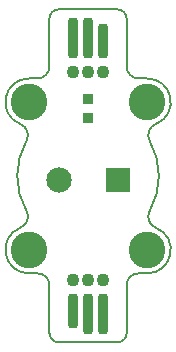
<source format=gts>
G04*
G04 #@! TF.GenerationSoftware,Altium Limited,Altium Designer,21.6.4 (81)*
G04*
G04 Layer_Color=8388736*
%FSAX25Y25*%
%MOIN*%
G70*
G04*
G04 #@! TF.SameCoordinates,9A5FF030-8DC4-432F-A364-1BA2AF03453A*
G04*
G04*
G04 #@! TF.FilePolarity,Negative*
G04*
G01*
G75*
%ADD13C,0.00787*%
G04:AMPARAMS|DCode=15|XSize=35.43mil|YSize=135.83mil|CornerRadius=13.82mil|HoleSize=0mil|Usage=FLASHONLY|Rotation=0.000|XOffset=0mil|YOffset=0mil|HoleType=Round|Shape=RoundedRectangle|*
%AMROUNDEDRECTD15*
21,1,0.03543,0.10819,0,0,0.0*
21,1,0.00780,0.13583,0,0,0.0*
1,1,0.02764,0.00390,-0.05409*
1,1,0.02764,-0.00390,-0.05409*
1,1,0.02764,-0.00390,0.05409*
1,1,0.02764,0.00390,0.05409*
%
%ADD15ROUNDEDRECTD15*%
G04:AMPARAMS|DCode=16|XSize=35.43mil|YSize=116.14mil|CornerRadius=13.82mil|HoleSize=0mil|Usage=FLASHONLY|Rotation=0.000|XOffset=0mil|YOffset=0mil|HoleType=Round|Shape=RoundedRectangle|*
%AMROUNDEDRECTD16*
21,1,0.03543,0.08850,0,0,0.0*
21,1,0.00780,0.11614,0,0,0.0*
1,1,0.02764,0.00390,-0.04425*
1,1,0.02764,-0.00390,-0.04425*
1,1,0.02764,-0.00390,0.04425*
1,1,0.02764,0.00390,0.04425*
%
%ADD16ROUNDEDRECTD16*%
%ADD17R,0.03740X0.03740*%
%ADD18R,0.08465X0.08465*%
%ADD19C,0.08465*%
%ADD20C,0.04331*%
%ADD21C,0.00591*%
%ADD22C,0.12205*%
D13*
X0022543Y0049747D02*
G03*
X0020547Y0044135I0001428J-0003669D01*
G01*
X-0012874Y-0019882D02*
G03*
X-0009724Y-0023031I0003145J-0000004D01*
G01*
X0020547Y0020825D02*
G03*
X0020547Y0044135I-0020547J0011655D01*
G01*
X-0016811Y0064961D02*
G03*
X-0012874Y0068898I-0000001J0003938D01*
G01*
Y-0003937D02*
G03*
X-0016811Y0000000I-0003938J-0000001D01*
G01*
X-0009724Y0087992D02*
G03*
X-0012874Y0084842I-0000004J-0003145D01*
G01*
X0020547Y0020825D02*
G03*
X0022543Y0015214I0003424J-0001942D01*
G01*
X-0022543Y0015214D02*
G03*
X-0019488Y0000000I0002857J-0007340D01*
G01*
X0012874Y0084842D02*
G03*
X0009724Y0087992I-0003145J0000004D01*
G01*
X0019488Y0000000D02*
G03*
X0022543Y0015214I0000197J0007874D01*
G01*
X-0022543D02*
G03*
X-0020547Y0020825I-0001428J0003669D01*
G01*
X0012874Y0068898D02*
G03*
X0016811Y0064961I0003938J0000001D01*
G01*
Y0000000D02*
G03*
X0012874Y-0003937I0000001J-0003938D01*
G01*
X-0019488Y0064961D02*
G03*
X-0022543Y0049747I-0000197J-0007874D01*
G01*
X-0020547Y0044135D02*
G03*
X-0020547Y0020825I0020547J-0011655D01*
G01*
X0022543Y0049747D02*
G03*
X0019488Y0064961I-0002858J0007340D01*
G01*
X-0020547Y0044135D02*
G03*
X-0022543Y0049747I-0003424J0001942D01*
G01*
X0009724Y-0023031D02*
G03*
X0012874Y-0019882I0000004J0003145D01*
G01*
X-0019488Y0064961D02*
X-0016811D01*
X0012874Y-0019882D02*
Y-0003937D01*
X-0012874Y0068898D02*
Y0084842D01*
X-0009724Y-0023031D02*
X0009724D01*
X-0009724Y0087992D02*
X0009724D01*
X-0012874Y-0019882D02*
Y-0003937D01*
X0012874Y0068898D02*
Y0084842D01*
X-0019488Y0000000D02*
X-0016811D01*
X0016811Y0064961D02*
X0019488D01*
X0016811Y0000000D02*
X0019488D01*
D15*
X0000000Y-0013484D02*
D03*
X0005000D02*
D03*
X0000000Y0078445D02*
D03*
X-0005000D02*
D03*
D16*
Y-0012500D02*
D03*
X0005000Y0077461D02*
D03*
D17*
X0000000Y0051772D02*
D03*
Y0058268D02*
D03*
D18*
X0009843Y0031201D02*
D03*
D19*
X-0009843D02*
D03*
D20*
X0005000Y-0002165D02*
D03*
X0000000D02*
D03*
X-0005000D02*
D03*
Y0067126D02*
D03*
X0000000D02*
D03*
X0005000D02*
D03*
D21*
X-0009921Y-0010433D02*
D03*
X0009921D02*
D03*
Y0075394D02*
D03*
X-0009921D02*
D03*
D22*
X0019685Y0007874D02*
D03*
X-0019685Y0057087D02*
D03*
X0019685D02*
D03*
X-0019685Y0007874D02*
D03*
M02*

</source>
